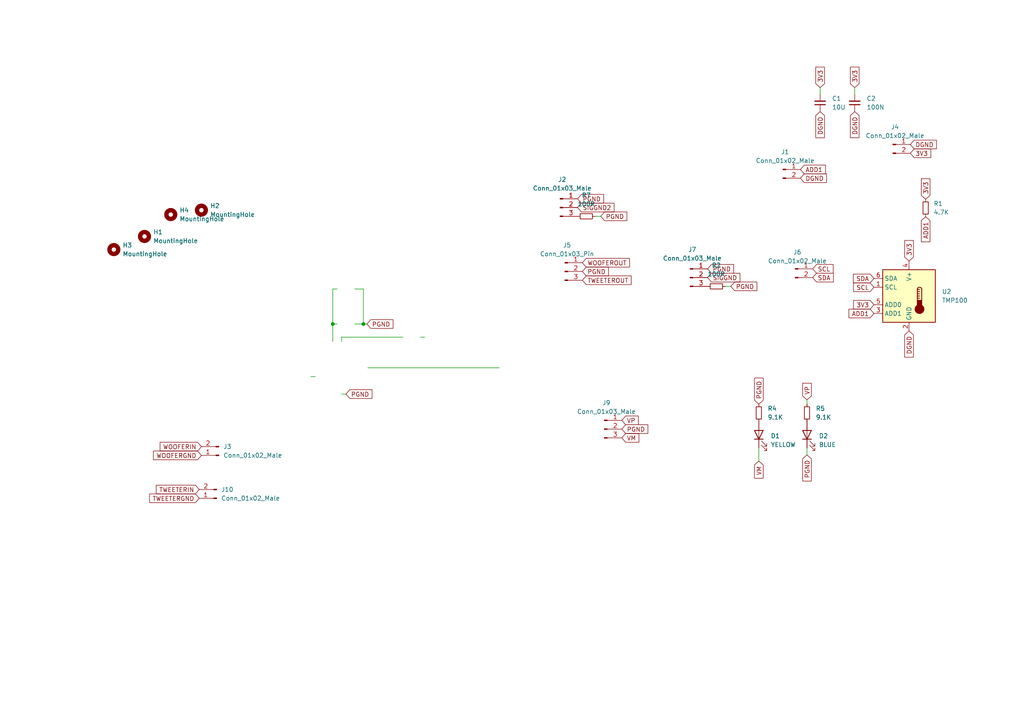
<source format=kicad_sch>
(kicad_sch (version 20230121) (generator eeschema)
  (paper "A4")
  (lib_symbols
    (symbol "Amplifier_Audio:LM4766" (pin_names (offset 0.127))
      (property "Reference" "U" (at 5.08 6.35 0))
      (property "Value" "LM4766" (at 5.08 3.81 0))
      (symbol "LM4766_0_1"
        (polyline (pts (xy -5.08 5.08) (xy 5.08 0) (xy -5.08 -5.08) (xy -5.08 5.08)) (stroke (width 0.254)) (fill (type background)))
      )
      (symbol "LM4766_1_1"
        (pin power_in line (at -2.54 7.62 270) (length 3.81) (name "V+") (number "2"))
        (pin output line (at 7.62 0 180) (length 2.54) (name "~") (number "3"))
        (pin power_in line (at -2.54 -7.62 90) (length 3.81) (name "V-") (number "4"))
        (pin power_in line (at 0 -7.62 90) (length 5.08) (name "GND") (number "5"))
        (pin input line (at 0 7.62 270) (length 5.08) (name "MUTE") (number "6"))
        (pin input line (at -7.62 -2.54 0) (length 2.54) (name "-") (number "7"))
        (pin input line (at -7.62 2.54 0) (length 2.54) (name "+") (number "8"))
        (pin no_connect line (at 0 2.54 270) (length 2.54) hide (name "NC") (number "9"))
      )
      (symbol "LM4766_2_1"
        (pin output line (at 7.62 0 180) (length 2.54) (name "~") (number "1"))
        (pin power_in line (at 0 -7.62 90) (length 5.08) (name "GND") (number "10"))
        (pin input line (at 0 7.62 270) (length 5.08) (name "MUTE") (number "11"))
        (pin input line (at -7.62 -2.54 0) (length 2.54) (name "-") (number "12"))
        (pin input line (at -7.62 2.54 0) (length 2.54) (name "+") (number "13"))
        (pin no_connect line (at 0 2.54 270) (length 2.54) hide (name "NC") (number "14"))
        (pin power_in line (at -2.54 7.62 270) (length 3.81) (name "V+") (number "15"))
      )
    )
    (symbol "Connector:Conn_01x02_Male" (pin_names (offset 1.016) hide)
      (property "Reference" "J" (at 0 2.54 0))
      (property "Value" "Conn_01x02_Male" (at 0 -5.08 0))
      (symbol "Conn_01x02_Male_1_1"
        (polyline (pts (xy 1.27 -2.54) (xy 0.8636 -2.54)) (stroke (width 0.1524)))
        (polyline (pts (xy 1.27 0) (xy 0.8636 0)) (stroke (width 0.1524)))
        (rectangle (start 0.8636 -2.413) (end 0 -2.667) (stroke (width 0.1524)) (fill (type outline)))
        (rectangle (start 0.8636 0.127) (end 0 -0.127) (stroke (width 0.1524)) (fill (type outline)))
        (pin passive line (at 5.08 0 180) (length 3.81) (name "Pin_1") (number "1"))
        (pin passive line (at 5.08 -2.54 180) (length 3.81) (name "Pin_2") (number "2"))
      )
    )
    (symbol "Connector:Conn_01x03_Male" (pin_names (offset 1.016) hide)
      (property "Reference" "J" (at 0 5.08 0))
      (property "Value" "Conn_01x03_Male" (at 0 -5.08 0))
      (symbol "Conn_01x03_Male_1_1"
        (polyline (pts (xy 1.27 -2.54) (xy 0.8636 -2.54)) (stroke (width 0.1524)))
        (polyline (pts (xy 1.27 0) (xy 0.8636 0)) (stroke (width 0.1524)))
        (polyline (pts (xy 1.27 2.54) (xy 0.8636 2.54)) (stroke (width 0.1524)))
        (rectangle (start 0.8636 -2.413) (end 0 -2.667) (stroke (width 0.1524)) (fill (type outline)))
        (rectangle (start 0.8636 0.127) (end 0 -0.127) (stroke (width 0.1524)) (fill (type outline)))
        (rectangle (start 0.8636 2.667) (end 0 2.413) (stroke (width 0.1524)) (fill (type outline)))
        (pin passive line (at 5.08 2.54 180) (length 3.81) (name "Pin_1") (number "1"))
        (pin passive line (at 5.08 0 180) (length 3.81) (name "Pin_2") (number "2"))
        (pin passive line (at 5.08 -2.54 180) (length 3.81) (name "Pin_3") (number "3"))
      )
    )
    (symbol "Connector:Conn_01x03_Pin" (pin_names (offset 1.016) hide)
      (property "Reference" "J" (at 0 5.08 0))
      (property "Value" "Conn_01x03_Pin" (at 0 -5.08 0))
      (symbol "Conn_01x03_Pin_1_1"
        (polyline (pts (xy 1.27 -2.54) (xy 0.8636 -2.54)) (stroke (width 0.1524)))
        (polyline (pts (xy 1.27 0) (xy 0.8636 0)) (stroke (width 0.1524)))
        (polyline (pts (xy 1.27 2.54) (xy 0.8636 2.54)) (stroke (width 0.1524)))
        (rectangle (start 0.8636 -2.413) (end 0 -2.667) (stroke (width 0.1524)) (fill (type outline)))
        (rectangle (start 0.8636 0.127) (end 0 -0.127) (stroke (width 0.1524)) (fill (type outline)))
        (rectangle (start 0.8636 2.667) (end 0 2.413) (stroke (width 0.1524)) (fill (type outline)))
        (pin passive line (at 5.08 2.54 180) (length 3.81) (name "Pin_1") (number "1"))
        (pin passive line (at 5.08 0 180) (length 3.81) (name "Pin_2") (number "2"))
        (pin passive line (at 5.08 -2.54 180) (length 3.81) (name "Pin_3") (number "3"))
      )
    )
    (symbol "Device:C_Polarized_Small" (pin_numbers hide) (pin_names (offset 0.254) hide)
      (property "Reference" "C" (at 0.254 1.778 0))
      (property "Value" "C_Polarized_Small" (at 0.254 -2.032 0))
      (symbol "C_Polarized_Small_0_1"
        (rectangle (start -1.524 -0.3048) (end 1.524 -0.6858) (fill (type outline)))
        (rectangle (start -1.524 0.6858) (end 1.524 0.3048))
        (polyline (pts (xy -1.27 1.524) (xy -0.762 1.524)))
        (polyline (pts (xy -1.016 1.27) (xy -1.016 1.778)))
      )
      (symbol "C_Polarized_Small_1_1"
        (pin passive line (at 0 2.54 270) (length 1.8542) (name "~") (number "1"))
        (pin passive line (at 0 -2.54 90) (length 1.8542) (name "~") (number "2"))
      )
    )
    (symbol "Device:C_Small" (pin_numbers hide) (pin_names (offset 0.254) hide)
      (property "Reference" "C" (at 0.254 1.778 0))
      (property "Value" "C_Small" (at 0.254 -2.032 0))
      (symbol "C_Small_0_1"
        (polyline (pts (xy -1.524 -0.508) (xy 1.524 -0.508)) (stroke (width 0.3302)))
        (polyline (pts (xy -1.524 0.508) (xy 1.524 0.508)) (stroke (width 0.3048)))
      )
      (symbol "C_Small_1_1"
        (pin passive line (at 0 2.54 270) (length 2.032) (name "~") (number "1"))
        (pin passive line (at 0 -2.54 90) (length 2.032) (name "~") (number "2"))
      )
    )
    (symbol "Device:LED" (pin_numbers hide) (pin_names (offset 1.016) hide)
      (property "Reference" "D" (at 0 2.54 0))
      (property "Value" "LED" (at 0 -2.54 0))
      (symbol "LED_0_1"
        (polyline (pts (xy -1.27 -1.27) (xy -1.27 1.27)) (stroke (width 0.254)))
        (polyline (pts (xy -1.27 0) (xy 1.27 0)))
        (polyline (pts (xy 1.27 -1.27) (xy 1.27 1.27) (xy -1.27 0) (xy 1.27 -1.27)) (stroke (width 0.254)))
        (polyline (pts (xy -3.048 -0.762) (xy -4.572 -2.286) (xy -3.81 -2.286) (xy -4.572 -2.286) (xy -4.572 -1.524)))
        (polyline (pts (xy -1.778 -0.762) (xy -3.302 -2.286) (xy -2.54 -2.286) (xy -3.302 -2.286) (xy -3.302 -1.524)))
      )
      (symbol "LED_1_1"
        (pin passive line (at -3.81 0 0) (length 2.54) (name "K") (number "1"))
        (pin passive line (at 3.81 0 180) (length 2.54) (name "A") (number "2"))
      )
    )
    (symbol "Device:R_Small" (pin_numbers hide) (pin_names (offset 0.254) hide)
      (property "Reference" "R" (at 0.762 0.508 0))
      (property "Value" "R_Small" (at 0.762 -1.016 0))
      (symbol "R_Small_0_1"
        (rectangle (start -0.762 1.778) (end 0.762 -1.778) (stroke (width 0.2032)))
      )
      (symbol "R_Small_1_1"
        (pin passive line (at 0 2.54 270) (length 0.762) (name "~") (number "1"))
        (pin passive line (at 0 -2.54 90) (length 0.762) (name "~") (number "2"))
      )
    )
    (symbol "Mechanical:MountingHole" (pin_names (offset 1.016))
      (property "Reference" "H" (at 0 5.08 0))
      (property "Value" "MountingHole" (at 0 3.175 0))
      (symbol "MountingHole_0_1"
        (circle (center 0 0) (radius 1.27) (stroke (width 1.27)))
      )
    )
    (symbol "Sensor_Temperature:TMP100"
      (property "Reference" "U" (at 10.16 6.35 0))
      (property "Value" "TMP100" (at 12.7 3.81 0))
      (symbol "TMP100_0_1"
        (rectangle (start -7.62 7.62) (end 7.62 -7.62) (stroke (width 0.254)) (fill (type background)))
      )
      (symbol "TMP100_1_1"
        (polyline (pts (xy 2.413 -0.635) (xy 3.048 -0.635)) (stroke (width 0.254)))
        (polyline (pts (xy 2.413 0) (xy 3.048 0)) (stroke (width 0.254)))
        (polyline (pts (xy 2.413 0.635) (xy 3.048 0.635)) (stroke (width 0.254)))
        (polyline (pts (xy 2.413 1.27) (xy 3.048 1.27)) (stroke (width 0.254)))
        (polyline (pts (xy 2.413 1.905) (xy 2.413 -1.27)) (stroke (width 0.254)))
        (polyline (pts (xy 2.413 1.905) (xy 3.048 1.905)) (stroke (width 0.254)))
        (polyline (pts (xy 3.683 1.905) (xy 3.683 -1.27)) (stroke (width 0.254)))
        (circle (center 3.048 -3.81) (radius 1.27) (stroke (width 0.254)) (fill (type outline)))
        (rectangle (start 3.683 -3.175) (end 2.413 -1.27) (stroke (width 0.254)) (fill (type outline)))
        (arc (start 3.683 1.905) (mid 3.048 2.5373) (end 2.413 1.905) (stroke (width 0.254)))
        (pin input line (at -10.16 2.54 0) (length 2.54) (name "SCL") (number "1"))
        (pin power_in line (at 0 -10.16 90) (length 2.54) (name "GND") (number "2"))
        (pin input line (at -10.16 -5.08 0) (length 2.54) (name "ADD1") (number "3"))
        (pin power_in line (at 0 10.16 270) (length 2.54) (name "V+") (number "4"))
        (pin input line (at -10.16 -2.54 0) (length 2.54) (name "ADD0") (number "5"))
        (pin bidirectional line (at -10.16 5.08 0) (length 2.54) (name "SDA") (number "6"))
      )
    )
  )
  (junction (at 26.162 301.244))
  (junction (at 206.883 314.198))
  (junction (at -8.89 253.746))
  (junction (at 174.752 293.624))
  (junction (at -46.863 246.126))
  (junction (at 26.162 311.404))
  (junction (at -44.069 246.126))
  (junction (at 73.533 303.784))
  (junction (at 34.163 364.871))
  (junction (at 167.513 364.744))
  (junction (at -8.763 244.729))
  (junction (at -41.783 255.016))
  (junction (at 34.163 354.203))
  (junction (at 140.081 306.578))
  (junction (at 105.41 93.98))
  (junction (at 8.001 296.164))
  (junction (at 79.121 303.911))
  (junction (at 50.165 290.957))
  (junction (at 42.672 316.357))
  (junction (at -41.783 246.126))
  (junction (at 73.533 354.203))
  (junction (at 167.513 375.412))
  (junction (at -44.704 255.016))
  (junction (at -46.863 255.016))
  (junction (at 158.242 321.818))
  (junction (at 174.752 306.578))
  (junction (at 96.52 93.98))
  (junction (at 42.672 283.083))
  (junction (at 206.883 364.744))
  (junction (at 158.242 311.658))
  (junction (at 198.628 314.198))
  (wire (pts (xy 140.081 315.468) (xy 140.081 321.818)))
  (wire (pts (xy 158.242 311.658) (xy 158.242 306.578)))
  (wire (pts (xy 158.242 321.818) (xy 158.242 324.358)))
  (wire (pts (xy 167.513 364.744) (xy 189.103 364.744)))
  (wire (pts (xy 105.41 83.82) (xy 105.41 93.98)))
  (wire (pts (xy 136.144 306.578) (xy 140.081 306.578)))
  (wire (pts (xy 34.163 354.203) (xy 55.753 354.203)))
  (wire (pts (xy 158.242 311.658) (xy 158.242 312.928)))
  (wire (pts (xy 4.064 296.164) (xy 8.001 296.164)))
  (wire (pts (xy 206.883 314.198) (xy 206.883 364.744)))
  (wire (pts (xy 121.92 97.79) (xy 123.19 97.79)))
  (wire (pts (xy 8.001 296.164) (xy 21.082 296.164)))
  (wire (pts (xy 129.032 306.578) (xy 131.064 306.578)))
  (wire (pts (xy 198.628 323.088) (xy 198.628 326.898)))
  (wire (pts (xy -8.89 253.746) (xy -13.7795 253.6825)))
  (wire (pts (xy 58.801 290.957) (xy 60.071 290.957)))
  (wire (pts (xy 206.883 314.198) (xy 210.312 314.198)))
  (wire (pts (xy -41.783 249.936) (xy -41.783 246.126)))
  (wire (pts (xy 79.121 312.801) (xy 79.121 316.611)))
  (wire (pts (xy 194.183 364.744) (xy 206.883 364.744)))
  (wire (pts (xy -46.863 247.523) (xy -46.863 246.126)))
  (wire (pts (xy -44.704 255.016) (xy -46.863 255.016)))
  (wire (pts (xy 198.628 331.978) (xy 198.628 337.058)))
  (wire (pts (xy 34.163 364.871) (xy 34.163 367.411)))
  (wire (pts (xy 81.026 303.911) (xy 79.121 303.911)))
  (wire (pts (xy 158.242 321.818) (xy 158.242 318.008)))
  (wire (pts (xy 237.871 27.305) (xy 237.871 25.4)))
  (wire (pts (xy -46.863 255.016) (xy -49.657 255.016)))
  (wire (pts (xy 8.001 311.404) (xy 26.162 311.404)))
  (wire (pts (xy -39.497 255.016) (xy -41.783 255.016)))
  (wire (pts (xy 167.513 383.032) (xy 167.513 386.842)))
  (wire (pts (xy -8.89 256.54) (xy -8.89 253.746)))
  (wire (pts (xy 42.672 283.083) (xy 42.672 296.164)))
  (wire (pts (xy 45.212 290.957) (xy 45.212 296.164)))
  (wire (pts (xy 105.41 93.98) (xy 106.426 93.98)))
  (wire (pts (xy 196.723 375.412) (xy 206.883 375.412)))
  (wire (pts (xy 181.483 375.412) (xy 191.643 375.412)))
  (wire (pts (xy 99.06 114.3) (xy 100.33 114.3)))
  (wire (pts (xy 198.628 314.198) (xy 198.628 318.008)))
  (wire (pts (xy 176.403 375.412) (xy 167.513 375.412)))
  (wire (pts (xy 247.904 27.305) (xy 247.904 25.4)))
  (wire (pts (xy -3.6195 253.6825) (xy -8.89 253.746)))
  (wire (pts (xy 174.752 293.624) (xy 174.752 306.578)))
  (wire (pts (xy -41.783 246.126) (xy -44.069 246.126)))
  (wire (pts (xy 48.133 364.871) (xy 58.293 364.871)))
  (wire (pts (xy 99.06 97.79) (xy 116.84 97.79)))
  (wire (pts (xy 52.832 303.784) (xy 73.533 303.784)))
  (wire (pts (xy 140.081 306.578) (xy 140.081 310.388)))
  (wire (pts (xy 63.373 364.871) (xy 73.533 364.871)))
  (wire (pts (xy 184.912 314.198) (xy 198.628 314.198)))
  (wire (pts (xy 106.68 106.68) (xy 144.78 106.68)))
  (wire (pts (xy 96.52 83.82) (xy 97.79 83.82)))
  (wire (pts (xy 26.162 311.404) (xy 26.162 313.944)))
  (wire (pts (xy 174.752 306.578) (xy 174.752 306.705)))
  (wire (pts (xy 26.162 301.244) (xy 26.162 296.164)))
  (wire (pts (xy 174.752 286.512) (xy 174.752 293.624)))
  (wire (pts (xy 79.121 303.784) (xy 79.121 303.911)))
  (wire (pts (xy 34.163 306.324) (xy 34.163 354.203)))
  (wire (pts (xy -44.069 244.221) (xy -44.069 246.126)))
  (wire (pts (xy 172.593 62.738) (xy 174.244 62.738)))
  (wire (pts (xy 79.121 321.691) (xy 79.121 326.771)))
  (wire (pts (xy 158.242 311.658) (xy 169.672 311.658)))
  (wire (pts (xy -39.497 246.126) (xy -39.497 247.396)))
  (wire (pts (xy 73.533 303.784) (xy 73.533 354.203)))
  (wire (pts (xy -3.6195 244.7925) (xy -3.6195 246.0625)))
  (wire (pts (xy 34.163 354.203) (xy 34.163 364.871)))
  (wire (pts (xy 220.091 133.731) (xy 220.091 129.921)))
  (wire (pts (xy 234.061 131.953) (xy 234.061 129.921)))
  (wire (pts (xy -8.763 242.062) (xy -8.763 244.729)))
  (wire (pts (xy -3.048 296.164) (xy -1.016 296.164)))
  (wire (pts (xy 169.672 316.738) (xy 167.513 316.738)))
  (wire (pts (xy 91.44 109.22) (xy 90.17 109.22)))
  (wire (pts (xy 73.533 354.203) (xy 73.533 364.871)))
  (wire (pts (xy 8.001 296.164) (xy 8.001 299.974)))
  (wire (pts (xy -44.704 256.54) (xy -44.704 255.016)))
  (wire (pts (xy 96.52 83.82) (xy 96.52 93.98)))
  (wire (pts (xy -9.017 256.54) (xy -8.89 256.54)))
  (wire (pts (xy 8.001 305.054) (xy 8.001 311.404)))
  (wire (pts (xy 99.06 97.79) (xy 99.06 99.06)))
  (wire (pts (xy 102.87 83.82) (xy 105.41 83.82)))
  (wire (pts (xy 42.672 316.357) (xy 42.672 311.404)))
  (wire (pts (xy 73.533 303.784) (xy 79.121 303.784)))
  (wire (pts (xy -49.657 252.476) (xy -49.657 255.016)))
  (wire (pts (xy -3.6195 244.7925) (xy -8.763 244.729)))
  (wire (pts (xy 210.312 83.058) (xy 211.963 83.058)))
  (wire (pts (xy 37.592 306.324) (xy 34.163 306.324)))
  (wire (pts (xy -46.863 246.126) (xy -49.657 246.126)))
  (wire (pts (xy -3.6195 251.1425) (xy -3.6195 253.6825)))
  (wire (pts (xy 41.402 316.357) (xy 42.672 316.357)))
  (wire (pts (xy 50.165 290.957) (xy 53.721 290.957)))
  (wire (pts (xy 26.162 301.244) (xy 26.162 302.514)))
  (wire (pts (xy 79.121 303.911) (xy 79.121 307.721)))
  (wire (pts (xy 167.513 316.738) (xy 167.513 364.744)))
  (wire (pts (xy 167.513 364.744) (xy 167.513 375.412)))
  (wire (pts (xy -39.497 246.126) (xy -41.783 246.126)))
  (wire (pts (xy 102.87 93.98) (xy 105.41 93.98)))
  (wire (pts (xy 206.883 364.744) (xy 206.883 375.412)))
  (wire (pts (xy -8.636 242.062) (xy -8.763 242.062)))
  (wire (pts (xy -49.657 246.126) (xy -49.657 247.396)))
  (wire (pts (xy 43.053 364.871) (xy 34.163 364.871)))
  (wire (pts (xy -41.783 255.016) (xy -44.704 255.016)))
  (wire (pts (xy 96.52 93.98) (xy 97.79 93.98)))
  (wire (pts (xy 26.162 311.404) (xy 26.162 307.594)))
  (wire (pts (xy 60.833 354.203) (xy 73.533 354.203)))
  (wire (pts (xy 140.081 321.818) (xy 158.242 321.818)))
  (wire (pts (xy 234.061 115.951) (xy 234.061 117.221)))
  (wire (pts (xy -44.069 246.126) (xy -46.863 246.126)))
  (wire (pts (xy -39.497 252.476) (xy -39.497 255.016)))
  (wire (pts (xy -8.763 244.729) (xy -13.7795 244.7925)))
  (wire (pts (xy 96.52 93.98) (xy 96.52 99.06)))
  (wire (pts (xy -46.863 252.603) (xy -46.863 255.016)))
  (wire (pts (xy -13.7795 244.7925) (xy -13.7795 246.0625)))
  (wire (pts (xy 50.165 290.957) (xy 45.212 290.957)))
  (wire (pts (xy 140.081 306.578) (xy 153.162 306.578)))
  (wire (pts (xy 42.672 318.008) (xy 42.672 316.357)))
  (wire (pts (xy 42.672 275.971) (xy 42.672 283.083)))
  (wire (pts (xy 198.628 314.198) (xy 206.883 314.198)))
  (wire (pts (xy 34.163 372.491) (xy 34.163 376.301)))
  (wire (pts (xy 26.162 301.244) (xy 37.592 301.244)))
  (wire (pts (xy 167.513 375.412) (xy 167.513 377.952)))
  (wire (pts (xy -13.7795 251.1425) (xy -13.7795 253.6825)))
  (global_label "WOOFERGND" (shape input) (at 26.162 313.944 270) (property "Intersheetrefs" "${INTERSHEET_REFS}" (effects hide)))
  (global_label "VP" (shape input) (at -44.069 244.221 90) (property "Intersheetrefs" "${INTERSHEET_REFS}" (effects hide)))
  (global_label "PGND" (shape input) (at 45.212 311.404 0) (property "Intersheetrefs" "${INTERSHEET_REFS}" (effects hide)))
  (global_label "3V3" (shape input) (at 264.033 44.45 0) (property "Intersheetrefs" "${INTERSHEET_REFS}" (effects hide)))
  (global_label "WOOFEROUT" (shape input) (at 81.026 303.911 0) (property "Intersheetrefs" "${INTERSHEET_REFS}" (effects hide)))
  (global_label "ADD1" (shape input) (at 232.156 49.149 0) (property "Intersheetrefs" "${INTERSHEET_REFS}" (effects hide)))
  (global_label "TWEETERGND" (shape input) (at 57.785 144.526 180) (property "Intersheetrefs" "${INTERSHEET_REFS}" (effects hide)))
  (global_label "VP" (shape input) (at 234.061 115.951 90) (property "Intersheetrefs" "${INTERSHEET_REFS}" (effects hide)))
  (global_label "TWEETERGND" (shape input) (at 158.242 324.358 270) (property "Intersheetrefs" "${INTERSHEET_REFS}" (effects hide)))
  (global_label "PGND" (shape input) (at 234.061 131.953 270) (property "Intersheetrefs" "${INTERSHEET_REFS}" (effects hide)))
  (global_label "DGND" (shape input) (at 237.871 32.385 270) (property "Intersheetrefs" "${INTERSHEET_REFS}" (effects hide)))
  (global_label "DGND" (shape input) (at 247.904 32.385 270) (property "Intersheetrefs" "${INTERSHEET_REFS}" (effects hide)))
  (global_label "TWEETERIN" (shape input) (at 129.032 306.578 180) (property "Intersheetrefs" "${INTERSHEET_REFS}" (effects hide)))
  (global_label "VM" (shape input) (at -8.636 242.062 90) (property "Intersheetrefs" "${INTERSHEET_REFS}" (effects hide)))
  (global_label "TWEETEROUT" (shape input) (at 210.312 314.198 0) (property "Intersheetrefs" "${INTERSHEET_REFS}" (effects hide)))
  (global_label "WOOFERIN" (shape input) (at 58.42 129.54 180) (property "Intersheetrefs" "${INTERSHEET_REFS}" (effects hide)))
  (global_label "PGND" (shape input) (at 180.34 124.46 0) (property "Intersheetrefs" "${INTERSHEET_REFS}" (effects hide)))
  (global_label "SIGGND" (shape input) (at 34.163 381.381 270) (property "Intersheetrefs" "${INTERSHEET_REFS}" (effects hide)))
  (global_label "VP" (shape input) (at 174.752 286.512 90) (property "Intersheetrefs" "${INTERSHEET_REFS}" (effects hide)))
  (global_label "PGND" (shape input) (at 211.963 83.058 0) (property "Intersheetrefs" "${INTERSHEET_REFS}" (effects hide)))
  (global_label "PGND" (shape input) (at 177.292 321.818 270) (property "Intersheetrefs" "${INTERSHEET_REFS}" (effects hide)))
  (global_label "VP" (shape input) (at 180.34 121.92 0) (property "Intersheetrefs" "${INTERSHEET_REFS}" (effects hide)))
  (global_label "3V3" (shape input) (at 247.904 25.4 90) (property "Intersheetrefs" "${INTERSHEET_REFS}" (effects hide)))
  (global_label "SIGGND" (shape input) (at 205.232 80.518 0) (property "Intersheetrefs" "${INTERSHEET_REFS}" (effects hide)))
  (global_label "PGND" (shape input) (at -44.704 256.54 270) (property "Intersheetrefs" "${INTERSHEET_REFS}" (effects hide)))
  (global_label "PGND" (shape input) (at 205.232 77.978 0) (property "Intersheetrefs" "${INTERSHEET_REFS}" (effects hide)))
  (global_label "3V3" (shape input) (at 237.871 25.4 90) (property "Intersheetrefs" "${INTERSHEET_REFS}" (effects hide)))
  (global_label "DGND" (shape input) (at 264.033 41.91 0) (property "Intersheetrefs" "${INTERSHEET_REFS}" (effects hide)))
  (global_label "VM" (shape input) (at 180.34 127 0) (property "Intersheetrefs" "${INTERSHEET_REFS}" (effects hide)))
  (global_label "PGND" (shape input) (at 100.33 114.3 0) (property "Intersheetrefs" "${INTERSHEET_REFS}" (effects hide)))
  (global_label "PGND" (shape input) (at 50.165 296.037 270) (property "Intersheetrefs" "${INTERSHEET_REFS}" (effects hide)))
  (global_label "PGND" (shape input) (at 167.513 57.658 0) (property "Intersheetrefs" "${INTERSHEET_REFS}" (effects hide)))
  (global_label "TWEETERIN" (shape input) (at 57.785 141.986 180) (property "Intersheetrefs" "${INTERSHEET_REFS}" (effects hide)))
  (global_label "SDA" (shape input) (at 235.712 80.518 0) (property "Intersheetrefs" "${INTERSHEET_REFS}" (effects hide)))
  (global_label "VM" (shape input) (at 220.091 133.731 270) (property "Intersheetrefs" "${INTERSHEET_REFS}" (effects hide)))
  (global_label "VP" (shape input) (at 42.672 275.971 90) (property "Intersheetrefs" "${INTERSHEET_REFS}" (effects hide)))
  (global_label "TWEETEROUT" (shape input) (at 168.91 81.28 0) (property "Intersheetrefs" "${INTERSHEET_REFS}" (effects hide)))
  (global_label "3V3" (shape input) (at 268.478 57.785 90) (property "Intersheetrefs" "${INTERSHEET_REFS}" (effects hide)))
  (global_label "VM" (shape input) (at 41.402 316.357 180) (property "Intersheetrefs" "${INTERSHEET_REFS}" (effects hide)))
  (global_label "WOOFERIN" (shape input) (at -3.048 296.164 180) (property "Intersheetrefs" "${INTERSHEET_REFS}" (effects hide)))
  (global_label "ADD1" (shape input) (at 268.478 62.865 270) (property "Intersheetrefs" "${INTERSHEET_REFS}" (effects hide)))
  (global_label "PGND" (shape input) (at 42.672 323.088 270) (property "Intersheetrefs" "${INTERSHEET_REFS}" (effects hide)))
  (global_label "SIGGND2" (shape input) (at 167.513 60.198 0) (property "Intersheetrefs" "${INTERSHEET_REFS}" (effects hide)))
  (global_label "SIGGND2" (shape input) (at 167.513 391.922 270) (property "Intersheetrefs" "${INTERSHEET_REFS}" (effects hide)))
  (global_label "PGND" (shape input) (at 47.752 283.083 0) (property "Intersheetrefs" "${INTERSHEET_REFS}" (effects hide)))
  (global_label "PGND" (shape input) (at 198.628 337.058 270) (property "Intersheetrefs" "${INTERSHEET_REFS}" (effects hide)))
  (global_label "PGND" (shape input) (at 174.244 62.738 0) (property "Intersheetrefs" "${INTERSHEET_REFS}" (effects hide)))
  (global_label "3V3" (shape input) (at 253.492 88.392 180) (property "Intersheetrefs" "${INTERSHEET_REFS}" (effects hide)))
  (global_label "MUTE" (shape input) (at 46.355 290.957 90) (property "Intersheetrefs" "${INTERSHEET_REFS}" (effects hide)))
  (global_label "PGND" (shape input) (at 220.091 117.221 90) (property "Intersheetrefs" "${INTERSHEET_REFS}" (effects hide)))
  (global_label "WOOFERGND" (shape input) (at 58.42 132.08 180) (property "Intersheetrefs" "${INTERSHEET_REFS}" (effects hide)))
  (global_label "WOOFEROUT" (shape input) (at 168.91 76.2 0) (property "Intersheetrefs" "${INTERSHEET_REFS}" (effects hide)))
  (global_label "PGND" (shape input) (at 168.91 78.74 0) (property "Intersheetrefs" "${INTERSHEET_REFS}" (effects hide)))
  (global_label "PGND" (shape input) (at -9.017 256.54 270) (property "Intersheetrefs" "${INTERSHEET_REFS}" (effects hide)))
  (global_label "DGND" (shape input) (at 263.652 96.012 270) (property "Intersheetrefs" "${INTERSHEET_REFS}" (effects hide)))
  (global_label "PGND" (shape input) (at 106.426 93.98 0) (property "Intersheetrefs" "${INTERSHEET_REFS}" (effects hide)))
  (global_label "PGND" (shape input) (at 179.832 293.624 0) (property "Intersheetrefs" "${INTERSHEET_REFS}" (effects hide)))
  (global_label "3V3" (shape input) (at 263.652 75.692 90) (property "Intersheetrefs" "${INTERSHEET_REFS}" (effects hide)))
  (global_label "SDA" (shape input) (at 253.492 80.772 180) (property "Intersheetrefs" "${INTERSHEET_REFS}" (effects hide)))
  (global_label "SCL" (shape input) (at 235.712 77.978 0) (property "Intersheetrefs" "${INTERSHEET_REFS}" (effects hide)))
  (global_label "MUTE" (shape input) (at 177.292 306.578 90) (property "Intersheetrefs" "${INTERSHEET_REFS}" (effects hide)))
  (global_label "PGND" (shape input) (at 79.121 326.771 270) (property "Intersheetrefs" "${INTERSHEET_REFS}" (effects hide)))
  (global_label "ADD1" (shape input) (at 253.492 90.932 180) (property "Intersheetrefs" "${INTERSHEET_REFS}" (effects hide)))
  (global_label "SCL" (shape input) (at 253.492 83.312 180) (property "Intersheetrefs" "${INTERSHEET_REFS}" (effects hide)))
  (global_label "DGND" (shape input) (at 232.156 51.689 0) (property "Intersheetrefs" "${INTERSHEET_REFS}" (effects hide)))
  (global_label "VM" (shape input) (at 60.071 290.957 0) (property "Intersheetrefs" "${INTERSHEET_REFS}" (effects hide)))
  (symbol (lib_id "Connector:Conn_01x03_Male") (at 175.26 124.46 0) (unit 1)
    (property "Reference" "J9" (at 175.895 116.84 0))
    (property "Value" "Conn_01x03_Male" (at 175.895 119.38 0))
    (property "Footprint" "Connector_JST:JST_VH_B3P-VH-B_1x03_P3.96mm_Vertical" (effects hide))
  )
  (symbol (lib_id "Device:R_Small") (at 234.061 119.761 180) (unit 1)
    (property "Reference" "R5" (at 236.601 118.4909 0) (effects (justify right)))
    (property "Value" "9.1K" (at 236.601 121.0309 0) (effects (justify right)))
    (property "Footprint" "Resistor_SMD:R_0805_2012Metric_Pad1.20x1.40mm_HandSolder" (effects hide))
  )
  (symbol (lib_id "Device:R_Small") (at 170.053 62.738 90) (unit 1)
    (property "Reference" "R7" (at 170.053 56.642 90))
    (property "Value" "100R" (at 170.053 59.182 90))
    (property "Footprint" "Resistor_SMD:R_0805_2012Metric_Pad1.20x1.40mm_HandSolder" (effects hide))
  )
  (symbol (lib_id "Mechanical:MountingHole") (at 49.53 62.23 0) (unit 1)
    (property "Reference" "H4" (at 52.07 60.9599 0) (effects (justify left)))
    (property "Value" "MountingHole" (at 52.07 63.4999 0) (effects (justify left)))
    (property "Footprint" "MountingHole:MountingHole_3mm" (effects hide))
  )
  (symbol (lib_id "Device:R_Small") (at 207.772 83.058 90) (unit 1)
    (property "Reference" "R2" (at 207.772 76.962 90))
    (property "Value" "100R" (at 207.772 79.502 90))
    (property "Footprint" "Resistor_SMD:R_0805_2012Metric_Pad1.20x1.40mm_HandSolder" (effects hide))
  )
  (symbol (lib_id "Device:C_Polarized_Small") (at -49.657 249.936 0) (unit 1)
    (property "Reference" "C4" (at -43.307 249.3899 90))
    (property "Value" "47U 50V" (at -45.847 249.3899 90))
    (property "Footprint" "Capacitor_THT:CP_Radial_D6.3mm_P2.50mm" (effects hide))
  )
  (symbol (lib_id "Device:C_Polarized_Small") (at 34.163 378.841 0) (unit 1)
    (property "Reference" "Ci1" (at 36.703 377.0248 0) (effects (justify left)))
    (property "Value" "1000U 35V" (at 36.703 379.5648 0) (effects (justify left)))
    (property "Footprint" "Capacitor_THT:CP_Radial_D12.5mm_P5.00mm" (effects hide))
  )
  (symbol (lib_id "Device:C_Polarized_Small") (at -3.6195 248.6025 180) (unit 1)
    (property "Reference" "C7" (at 2.7305 249.1486 90))
    (property "Value" "1000U 50V" (at 0.1905 249.1486 90))
    (property "Footprint" "Capacitor_THT:CP_Radial_D12.5mm_P5.00mm" (effects hide))
  )
  (symbol (lib_id "Device:C_Small") (at 79.121 319.151 180) (unit 1)
    (property "Reference" "CSn1" (at 81.661 317.8745 0) (effects (justify right)))
    (property "Value" " 220N PP 100V" (at 81.661 320.4145 0) (effects (justify right)))
    (property "Footprint" "Capacitor_THT:C_Rect_L18.0mm_W7.0mm_P15.00mm_FKS3_FKP3" (effects hide))
  )
  (symbol (lib_id "Amplifier_Audio:LM4766") (at 45.212 303.784 0) (unit 1)
    (property "Reference" "U1" (at 54.991 299.5931 0))
    (property "Value" "LM4766" (at 54.991 302.1331 0))
    (property "Footprint" "Package_TO_SOT_THT:TO-220-15_P2.54x2.54mm_StaggerOdd_Lead4.58mm_Vertical" (effects hide))
    (property "Datasheet" "http://www.ti.com/lit/ds/symlink/lm4766.pdf" (effects hide))
  )
  (symbol (lib_id "Connector:Conn_01x02_Male") (at 62.865 144.526 180) (unit 1)
    (property "Reference" "J10" (at 64.135 141.9859 0) (effects (justify right)))
    (property "Value" "Conn_01x02_Male" (at 64.135 144.5259 0) (effects (justify right)))
    (property "Footprint" "Connector_JST:JST_PH_B2B-PH-K_1x02_P2.00mm_Vertical" (effects hide))
  )
  (symbol (lib_id "Device:R_Small") (at 191.643 364.744 270) (unit 1)
    (property "Reference" "Rf3" (at 191.643 358.394 90))
    (property "Value" "20K" (at 191.643 360.934 90))
    (property "Footprint" "Resistor_SMD:R_1206_3216Metric_Pad1.30x1.75mm_HandSolder" (effects hide))
  )
  (symbol (lib_id "Device:R_Small") (at 268.478 60.325 0) (unit 1)
    (property "Reference" "R1" (at 270.764 59.0549 0) (effects (justify left)))
    (property "Value" "4.7K" (at 270.764 61.5949 0) (effects (justify left)))
    (property "Footprint" "Resistor_SMD:R_0603_1608Metric_Pad0.98x0.95mm_HandSolder" (effects hide))
  )
  (symbol (lib_id "Connector:Conn_01x02_Male") (at 63.5 132.08 180) (unit 1)
    (property "Reference" "J3" (at 64.77 129.5399 0) (effects (justify right)))
    (property "Value" "Conn_01x02_Male" (at 64.77 132.0799 0) (effects (justify right)))
    (property "Footprint" "Connector_JST:JST_PH_B2B-PH-K_1x02_P2.00mm_Vertical" (effects hide))
  )
  (symbol (lib_id "Device:R_Small") (at 58.293 354.203 270) (unit 1)
    (property "Reference" "Rf1" (at 58.293 347.853 90))
    (property "Value" "20K" (at 58.293 350.393 90))
    (property "Footprint" "Resistor_SMD:R_1206_3216Metric_Pad1.30x1.75mm_HandSolder" (effects hide))
  )
  (symbol (lib_id "Device:R_Small") (at 34.163 369.951 0) (unit 1)
    (property "Reference" "R3" (at 36.703 368.6809 0) (effects (justify left)))
    (property "Value" "1.0K" (at 36.703 371.2209 0) (effects (justify left)))
    (property "Footprint" "Resistor_SMD:R_1206_3216Metric_Pad1.30x1.75mm_HandSolder" (effects hide))
  )
  (symbol (lib_id "Device:C_Small") (at 1.524 296.164 90) (unit 1)
    (property "Reference" "Cin1" (at 1.5303 289.814 90))
    (property "Value" "10UF" (at 1.5303 292.354 90))
    (property "Footprint" "Capacitor_THT:CP_Radial_D5.0mm_P2.00mm" (effects hide))
  )
  (symbol (lib_id "Device:C_Polarized_Small") (at -41.783 252.476 0) (unit 1)
    (property "Reference" "C11" (at -35.433 251.9299 90))
    (property "Value" "1000U 50V" (at -37.973 251.9299 90))
    (property "Footprint" "Capacitor_THT:CP_Radial_D12.5mm_P5.00mm" (effects hide))
  )
  (symbol (lib_id "Device:R_Small") (at 8.001 302.514 180) (unit 1)
    (property "Reference" "Rin1" (at 10.541 301.2439 0) (effects (justify right)))
    (property "Value" "20K" (at 10.541 303.7839 0) (effects (justify right)))
    (property "Footprint" "Resistor_SMD:R_1206_3216Metric_Pad1.30x1.75mm_HandSolder" (effects hide))
  )
  (symbol (lib_id "Mechanical:MountingHole") (at 33.02 72.39 0) (unit 1)
    (property "Reference" "H3" (at 35.56 71.1199 0) (effects (justify left)))
    (property "Value" "MountingHole" (at 35.56 73.6599 0) (effects (justify left)))
    (property "Footprint" "MountingHole:MountingHole_3mm" (effects hide))
  )
  (symbol (lib_id "Device:C_Small") (at 158.242 315.468 0) (unit 1)
    (property "Reference" "Cc2" (at 160.782 314.2042 0) (effects (justify left)))
    (property "Value" "680P" (at 160.782 316.7442 0) (effects (justify left)))
    (property "Footprint" "Capacitor_SMD:C_1206_3216Metric_Pad1.33x1.80mm_HandSolder" (effects hide))
  )
  (symbol (lib_id "Device:C_Small") (at 45.593 364.871 270) (unit 1)
    (property "Reference" "Cf1" (at 45.5866 358.521 90))
    (property "Value" "47P" (at 45.5866 361.061 90))
    (property "Footprint" "Capacitor_SMD:C_1206_3216Metric_Pad1.33x1.80mm_HandSolder" (effects hide))
  )
  (symbol (lib_id "Connector:Conn_01x03_Male") (at 162.433 60.198 0) (unit 1)
    (property "Reference" "J2" (at 163.068 52.07 0))
    (property "Value" "Conn_01x03_Male" (at 163.068 54.61 0))
    (property "Footprint" "Connector_PinHeader_2.54mm:PinHeader_1x03_P2.54mm_Vertical" (effects hide))
  )
  (symbol (lib_id "Device:R_Small") (at 220.091 119.761 180) (unit 1)
    (property "Reference" "R4" (at 222.631 118.4909 0) (effects (justify right)))
    (property "Value" "9.1K" (at 222.631 121.0309 0) (effects (justify right)))
    (property "Footprint" "Resistor_SMD:R_0805_2012Metric_Pad1.20x1.40mm_HandSolder" (effects hide))
  )
  (symbol (lib_id "Device:R_Small") (at 60.833 364.871 270) (unit 1)
    (property "Reference" "Rf2" (at 60.833 358.521 90))
    (property "Value" "20K" (at 60.833 361.061 90))
    (property "Footprint" "Resistor_SMD:R_1206_3216Metric_Pad1.30x1.75mm_HandSolder" (effects hide))
  )
  (symbol (lib_id "Device:R_Small") (at 140.081 312.928 180) (unit 1)
    (property "Reference" "Rin2" (at 142.621 311.6579 0) (effects (justify right)))
    (property "Value" "20K" (at 142.621 314.1979 0) (effects (justify right)))
    (property "Footprint" "Resistor_SMD:R_1206_3216Metric_Pad1.30x1.75mm_HandSolder" (effects hide))
  )
  (symbol (lib_id "Device:C_Polarized_Small") (at 177.292 293.624 90) (unit 1)
    (property "Reference" "C10" (at 176.7459 287.02 90))
    (property "Value" "4.7U X7R 50V" (at 176.7459 289.56 90))
    (property "Footprint" "Capacitor_THT:C_Disc_D6.0mm_W4.4mm_P5.00mm" (effects hide))
  )
  (symbol (lib_id "Device:C_Polarized_Small") (at 45.212 283.083 90) (unit 1)
    (property "Reference" "C6" (at 44.6659 276.479 90))
    (property "Value" "4.7U X7R 50V" (at 44.6659 279.019 90))
    (property "Footprint" "Capacitor_THT:C_Disc_D6.0mm_W4.4mm_P5.00mm" (effects hide))
  )
  (symbol (lib_id "Device:C_Small") (at 237.871 29.845 180) (unit 1)
    (property "Reference" "C1" (at 241.3 28.5685 0) (effects (justify right)))
    (property "Value" "10U" (at 241.3 31.1085 0) (effects (justify right)))
    (property "Footprint" "Resistor_SMD:R_1206_3216Metric_Pad1.30x1.75mm_HandSolder" (effects hide))
  )
  (symbol (lib_id "Mechanical:MountingHole") (at 41.91 68.58 0) (unit 1)
    (property "Reference" "H1" (at 44.45 67.3099 0) (effects (justify left)))
    (property "Value" "MountingHole" (at 44.45 69.8499 0) (effects (justify left)))
    (property "Footprint" "MountingHole:MountingHole_3mm" (effects hide))
  )
  (symbol (lib_id "Connector:Conn_01x02_Male") (at 230.632 77.978 0) (unit 1)
    (property "Reference" "J6" (at 231.267 73.152 0))
    (property "Value" "Conn_01x02_Male" (at 231.267 75.692 0))
    (property "Footprint" "Connector_JST:JST_PH_B2B-PH-K_1x02_P2.00mm_Vertical" (effects hide))
  )
  (symbol (lib_id "Device:LED") (at 220.091 126.111 90) (unit 1)
    (property "Reference" "D1" (at 223.52 126.4284 90) (effects (justify right)))
    (property "Value" "YELLOW" (at 223.52 128.9684 90) (effects (justify right)))
    (property "Footprint" "LED_SMD:LED_0805_2012Metric_Pad1.15x1.40mm_HandSolder" (effects hide))
  )
  (symbol (lib_id "Device:C_Small") (at 198.628 329.438 180) (unit 1)
    (property "Reference" "CSn2" (at 201.168 328.1615 0) (effects (justify right)))
    (property "Value" " 220N PP 100V" (at 201.168 330.7015 0) (effects (justify right)))
    (property "Footprint" "Capacitor_THT:C_Rect_L18.0mm_W7.0mm_P15.00mm_FKS3_FKP3" (effects hide))
  )
  (symbol (lib_id "Device:R_Small") (at 198.628 320.548 180) (unit 1)
    (property "Reference" "RSn2" (at 201.168 319.2779 0) (effects (justify right)))
    (property "Value" "4R7" (at 201.168 321.8179 0) (effects (justify right)))
    (property "Footprint" "Resistor_THT:R_Axial_DIN0411_L9.9mm_D3.6mm_P12.70mm_Horizontal" (effects hide))
  )
  (symbol (lib_id "Device:C_Polarized_Small") (at -13.7795 248.6025 180) (unit 1)
    (property "Reference" "C8" (at -7.4295 249.1486 90))
    (property "Value" "47U 50V" (at -9.9695 249.1486 90))
    (property "Footprint" "Capacitor_THT:CP_Radial_D6.3mm_P2.50mm" (effects hide))
  )
  (symbol (lib_id "Mechanical:MountingHole") (at 58.42 60.96 0) (unit 1)
    (property "Reference" "H2" (at 60.96 59.6899 0) (effects (justify left)))
    (property "Value" "MountingHole" (at 60.96 62.2299 0) (effects (justify left)))
    (property "Footprint" "MountingHole:MountingHole_3mm" (effects hide))
  )
  (symbol (lib_id "Device:R_Small") (at 155.702 306.578 90) (unit 1)
    (property "Reference" "RB2" (at 155.702 300.228 90))
    (property "Value" "1.2K" (at 155.702 302.768 90))
    (property "Footprint" "Resistor_SMD:R_1206_3216Metric_Pad1.30x1.75mm_HandSolder" (effects hide))
  )
  (symbol (lib_id "Connector:Conn_01x02_Male") (at 258.953 41.91 0) (unit 1)
    (property "Reference" "J4" (at 259.588 36.83 0))
    (property "Value" "Conn_01x02_Male" (at 259.588 39.37 0))
    (property "Footprint" "Connector_JST:JST_PH_B2B-PH-K_1x02_P2.00mm_Vertical" (effects hide))
  )
  (symbol (lib_id "Device:C_Polarized_Small") (at -39.497 249.936 0) (unit 1)
    (property "Reference" "C3" (at -33.147 249.3899 90))
    (property "Value" "1000U 50V" (at -35.687 249.3899 90))
    (property "Footprint" "Capacitor_THT:CP_Radial_D12.5mm_P5.00mm" (effects hide))
  )
  (symbol (lib_id "Device:R_Small") (at 56.261 290.957 90) (unit 1)
    (property "Reference" "Rmute1" (at 56.261 284.607 90))
    (property "Value" "38.6K" (at 56.261 287.147 90))
    (property "Footprint" "Resistor_SMD:R_1206_3216Metric_Pad1.30x1.75mm_HandSolder" (effects hide))
  )
  (symbol (lib_id "Device:C_Polarized_Small") (at 50.165 293.497 180) (unit 1)
    (property "Reference" "Cm1" (at 52.959 292.773 0) (effects (justify right)))
    (property "Value" "47U 50V" (at 52.959 295.313 0) (effects (justify right)))
    (property "Footprint" "Capacitor_THT:CP_Radial_D6.3mm_P2.50mm" (effects hide))
  )
  (symbol (lib_id "Device:C_Small") (at 247.904 29.845 180) (unit 1)
    (property "Reference" "C2" (at 251.333 28.5685 0) (effects (justify right)))
    (property "Value" "100N" (at 251.333 31.1085 0) (effects (justify right)))
    (property "Footprint" "Resistor_SMD:R_0805_2012Metric_Pad1.20x1.40mm_HandSolder" (effects hide))
  )
  (symbol (lib_id "Device:R_Small") (at 167.513 380.492 0) (unit 1)
    (property "Reference" "R6" (at 170.053 379.2219 0) (effects (justify left)))
    (property "Value" "1.0K" (at 170.053 381.7619 0) (effects (justify left)))
    (property "Footprint" "Resistor_SMD:R_1206_3216Metric_Pad1.30x1.75mm_HandSolder" (effects hide))
  )
  (symbol (lib_id "Connector:Conn_01x03_Pin") (at 163.83 78.74 0) (unit 1)
    (property "Reference" "J5" (at 164.465 71.12 0))
    (property "Value" "Conn_01x03_Pin" (at 164.465 73.66 0))
    (property "Footprint" "Connector_JST:JST_VH_B3P-VH_1x03_P3.96mm_Vertical" (effects hide))
  )
  (symbol (lib_id "Device:R_Small") (at 23.622 296.164 90) (unit 1)
    (property "Reference" "RB1" (at 23.622 289.814 90))
    (property "Value" "1.2K" (at 23.622 292.354 90))
    (property "Footprint" "Resistor_SMD:R_1206_3216Metric_Pad1.30x1.75mm_HandSolder" (effects hide))
  )
  (symbol (lib_id "Device:C_Polarized_Small") (at 167.513 389.382 0) (unit 1)
    (property "Reference" "Ci2" (at 170.053 387.5658 0) (effects (justify left)))
    (property "Value" "1000U 35V" (at 170.053 390.1058 0) (effects (justify left)))
    (property "Footprint" "Capacitor_THT:CP_Radial_D12.5mm_P5.00mm" (effects hide))
  )
  (symbol (lib_id "Device:C_Small") (at 26.162 305.054 0) (unit 1)
    (property "Reference" "Cc1" (at 28.702 303.7902 0) (effects (justify left)))
    (property "Value" "680P" (at 28.702 306.3302 0) (effects (justify left)))
    (property "Footprint" "Capacitor_SMD:C_1206_3216Metric_Pad1.33x1.80mm_HandSolder" (effects hide))
  )
  (symbol (lib_id "Device:LED") (at 234.061 126.111 90) (unit 1)
    (property "Reference" "D2" (at 237.49 126.4284 90) (effects (justify right)))
    (property "Value" "BLUE" (at 237.49 128.9684 90) (effects (justify right)))
    (property "Footprint" "LED_SMD:LED_0805_2012Metric_Pad1.15x1.40mm_HandSolder" (effects hide))
  )
  (symbol (lib_id "Connector:Conn_01x02_Male") (at 227.076 49.149 0) (unit 1)
    (property "Reference" "J1" (at 227.711 44.069 0))
    (property "Value" "Conn_01x02_Male" (at 227.711 46.609 0))
    (property "Footprint" "Connector_PinHeader_2.54mm:PinHeader_1x02_P2.54mm_Vertical" (effects hide))
  )
  (symbol (lib_id "Device:C_Polarized_Small") (at -46.863 250.063 0) (unit 1)
    (property "Reference" "C5" (at -40.513 249.5169 90))
    (property "Value" "47U 50V" (at -43.053 249.5169 90))
    (property "Footprint" "Capacitor_THT:CP_Radial_D6.3mm_P2.50mm" (effects hide))
  )
  (symbol (lib_id "Connector:Conn_01x03_Male") (at 200.152 80.518 0) (unit 1)
    (property "Reference" "J7" (at 200.787 72.39 0))
    (property "Value" "Conn_01x03_Male" (at 200.787 74.93 0))
    (property "Footprint" "Connector_PinHeader_2.54mm:PinHeader_1x03_P2.54mm_Vertical" (effects hide))
  )
  (symbol (lib_id "Device:R_Small") (at 194.183 375.412 270) (unit 1)
    (property "Reference" "Rf4" (at 194.183 369.062 90))
    (property "Value" "20K" (at 194.183 371.602 90))
    (property "Footprint" "Resistor_SMD:R_1206_3216Metric_Pad1.30x1.75mm_HandSolder" (effects hide))
  )
  (symbol (lib_id "Amplifier_Audio:LM4766") (at 177.292 314.198 0) (unit 2)
    (property "Reference" "U1" (at 187.452 310.0071 0))
    (property "Value" "LM4766" (at 187.452 312.5471 0))
    (property "Footprint" "Package_TO_SOT_THT:TO-220-15_P2.54x2.54mm_StaggerOdd_Lead4.58mm_Vertical" (effects hide))
    (property "Datasheet" "http://www.ti.com/lit/ds/symlink/lm4766.pdf" (effects hide))
  )
  (symbol (lib_id "Device:R_Small") (at 79.121 310.261 180) (unit 1)
    (property "Reference" "RSn1" (at 81.661 308.9909 0) (effects (justify right)))
    (property "Value" "4R7" (at 81.661 311.5309 0) (effects (justify right)))
    (property "Footprint" "Resistor_THT:R_Axial_DIN0411_L9.9mm_D3.6mm_P12.70mm_Horizontal" (effects hide))
  )
  (symbol (lib_id "Device:C_Small") (at 178.943 375.412 270) (unit 1)
    (property "Reference" "Cf2" (at 178.9366 369.062 90))
    (property "Value" "47P" (at 178.9366 371.602 90))
    (property "Footprint" "Capacitor_SMD:C_1206_3216Metric_Pad1.33x1.80mm_HandSolder" (effects hide))
  )
  (symbol (lib_id "Device:C_Small") (at 133.604 306.578 90) (unit 1)
    (property "Reference" "Cin2" (at 133.6103 300.228 90))
    (property "Value" "10UF" (at 133.6103 302.768 90))
    (property "Footprint" "Capacitor_THT:CP_Radial_D5.0mm_P2.00mm" (effects hide))
  )
  (symbol (lib_id "Device:C_Polarized_Small") (at 42.672 320.548 180) (unit 1)
    (property "Reference" "C9" (at 44.831 319.8241 0) (effects (justify right)))
    (property "Value" "4.7U X74 50V" (at 44.831 322.3641 0) (effects (justify right)))
    (property "Footprint" "Capacitor_THT:C_Disc_D6.0mm_W4.4mm_P5.00mm" (effects hide))
  )
  (symbol (lib_id "Sensor_Temperature:TMP100") (at 263.652 85.852 0) (unit 1)
    (property "Reference" "U2" (at 273.177 84.5819 0) (effects (justify left)))
    (property "Value" "TMP100" (at 273.177 87.1219 0) (effects (justify left)))
    (property "Footprint" "Package_TO_SOT_SMD:SOT-23-6" (effects hide))
    (property "Datasheet" "http://www.ti.com/lit/gpn/tmp100" (effects hide))
  )
)
</source>
